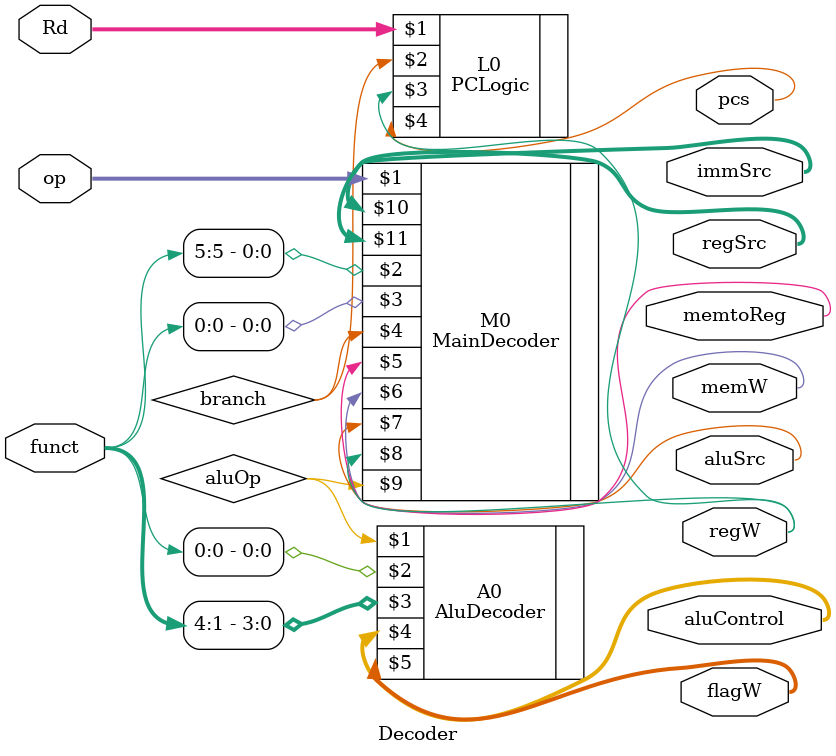
<source format=sv>

module Decoder(input logic [1:0] op, input logic [5:0] funct, input logic [3:0] Rd, 
					output logic [1:0] flagW, immSrc, regSrc, aluControl, output logic pcs, regW, memW, memtoReg,
					aluSrc);
	
	logic branch, aluOp;	
	MainDecoder M0(op, funct[5], funct[0], 
					branch, memtoReg, memW, aluSrc, regW, aluOp,
					immSrc,  regSrc);
	
	PCLogic L0(Rd, branch, regW, pcs);
	AluDecoder A0(aluOp, funct[0], funct[4:1], aluControl, flagW);
	


endmodule
</source>
